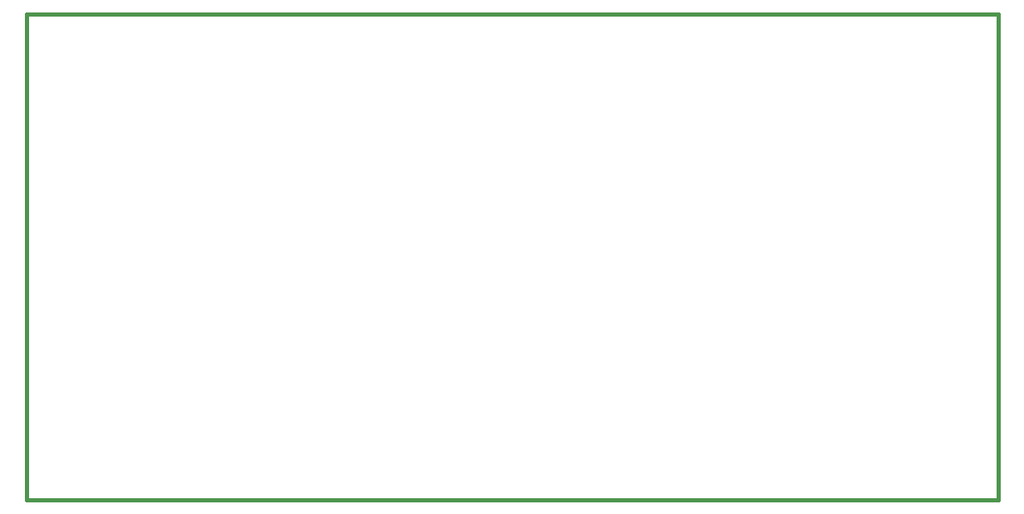
<source format=gbr>
G04 (created by PCBNEW-RS274X (2012-01-19 BZR 3256)-stable) date 29/09/2012 11:03:43*
G01*
G70*
G90*
%MOIN*%
G04 Gerber Fmt 3.4, Leading zero omitted, Abs format*
%FSLAX34Y34*%
G04 APERTURE LIST*
%ADD10C,0.006000*%
%ADD11C,0.015000*%
G04 APERTURE END LIST*
G54D10*
G54D11*
X39000Y19500D02*
X39000Y00000D01*
X00000Y19500D02*
X00000Y00000D01*
X00000Y00000D02*
X39000Y00000D01*
X00000Y19500D02*
X39000Y19500D01*
M02*

</source>
